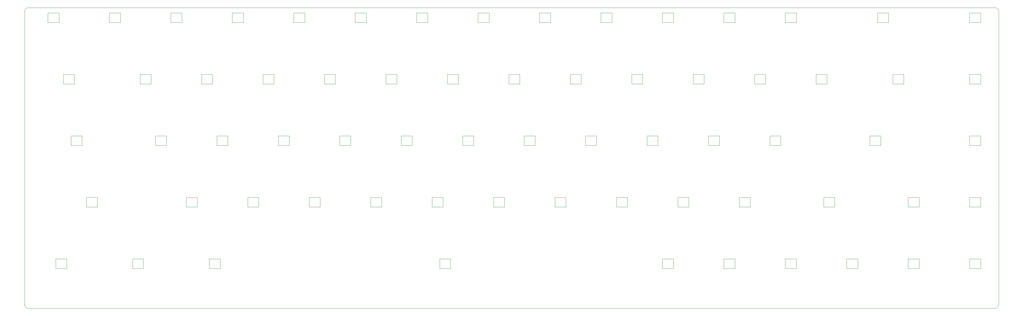
<source format=gm1>
G04 #@! TF.GenerationSoftware,KiCad,Pcbnew,(6.0.0)*
G04 #@! TF.CreationDate,2024-08-25T19:28:41-07:00*
G04 #@! TF.ProjectId,stekeeb65_analog,7374656b-6565-4623-9635-5f616e616c6f,rev?*
G04 #@! TF.SameCoordinates,Original*
G04 #@! TF.FileFunction,Profile,NP*
%FSLAX46Y46*%
G04 Gerber Fmt 4.6, Leading zero omitted, Abs format (unit mm)*
G04 Created by KiCad (PCBNEW (6.0.0)) date 2024-08-25 19:28:41*
%MOMM*%
%LPD*%
G01*
G04 APERTURE LIST*
G04 #@! TA.AperFunction,Profile*
%ADD10C,0.100000*%
G04 #@! TD*
G04 #@! TA.AperFunction,Profile*
%ADD11C,0.120000*%
G04 #@! TD*
G04 APERTURE END LIST*
D10*
X52270000Y-96250000D02*
G75*
G03*
X51020000Y-97500000I2J-1250002D01*
G01*
X52270000Y-189390000D02*
X351770000Y-189390000D01*
X351770000Y-96250000D02*
X52270000Y-96250000D01*
X51020000Y-97500000D02*
X51020000Y-188140000D01*
X353020000Y-97500000D02*
G75*
G03*
X351770000Y-96250000I-1250002J-2D01*
G01*
X51020000Y-188140000D02*
G75*
G03*
X52270000Y-189390000I1250002J2D01*
G01*
X351770000Y-189390000D02*
G75*
G03*
X353020000Y-188140000I-2J1250002D01*
G01*
X353020000Y-188140000D02*
X353020000Y-97500000D01*
D11*
X263062500Y-138975000D02*
X263062500Y-135975000D01*
X263062500Y-135975000D02*
X266462500Y-135975000D01*
X266462500Y-138975000D02*
X263062500Y-138975000D01*
X266462500Y-135975000D02*
X266462500Y-138975000D01*
X328375000Y-174075000D02*
X328375000Y-177075000D01*
X324975000Y-174075000D02*
X328375000Y-174075000D01*
X324975000Y-177075000D02*
X324975000Y-174075000D01*
X328375000Y-177075000D02*
X324975000Y-177075000D01*
X248775000Y-177075000D02*
X248775000Y-174075000D01*
X252175000Y-177075000D02*
X248775000Y-177075000D01*
X248775000Y-174075000D02*
X252175000Y-174075000D01*
X252175000Y-174075000D02*
X252175000Y-177075000D01*
X242650000Y-119925000D02*
X239250000Y-119925000D01*
X242650000Y-116925000D02*
X242650000Y-119925000D01*
X239250000Y-116925000D02*
X242650000Y-116925000D01*
X239250000Y-119925000D02*
X239250000Y-116925000D01*
X108281200Y-177075000D02*
X108281200Y-174075000D01*
X111681200Y-177075000D02*
X108281200Y-177075000D01*
X108281200Y-174075000D02*
X111681200Y-174075000D01*
X111681200Y-174075000D02*
X111681200Y-177075000D01*
X261700000Y-116925000D02*
X261700000Y-119925000D01*
X258300000Y-119925000D02*
X258300000Y-116925000D01*
X258300000Y-116925000D02*
X261700000Y-116925000D01*
X261700000Y-119925000D02*
X258300000Y-119925000D01*
X118825000Y-100875000D02*
X115425000Y-100875000D01*
X115425000Y-97875000D02*
X118825000Y-97875000D01*
X115425000Y-100875000D02*
X115425000Y-97875000D01*
X118825000Y-97875000D02*
X118825000Y-100875000D01*
X128350000Y-119925000D02*
X124950000Y-119925000D01*
X124950000Y-119925000D02*
X124950000Y-116925000D01*
X128350000Y-116925000D02*
X128350000Y-119925000D01*
X124950000Y-116925000D02*
X128350000Y-116925000D01*
X147400000Y-119925000D02*
X144000000Y-119925000D01*
X144000000Y-116925000D02*
X147400000Y-116925000D01*
X144000000Y-119925000D02*
X144000000Y-116925000D01*
X147400000Y-116925000D02*
X147400000Y-119925000D01*
X114062500Y-138975000D02*
X110662500Y-138975000D01*
X114062500Y-135975000D02*
X114062500Y-138975000D01*
X110662500Y-135975000D02*
X114062500Y-135975000D01*
X110662500Y-138975000D02*
X110662500Y-135975000D01*
X347425000Y-174075000D02*
X347425000Y-177075000D01*
X344025000Y-177075000D02*
X344025000Y-174075000D01*
X344025000Y-174075000D02*
X347425000Y-174075000D01*
X347425000Y-177075000D02*
X344025000Y-177075000D01*
X282112500Y-135975000D02*
X285512500Y-135975000D01*
X285512500Y-135975000D02*
X285512500Y-138975000D01*
X285512500Y-138975000D02*
X282112500Y-138975000D01*
X282112500Y-138975000D02*
X282112500Y-135975000D01*
X247412500Y-138975000D02*
X244012500Y-138975000D01*
X244012500Y-135975000D02*
X247412500Y-135975000D01*
X244012500Y-138975000D02*
X244012500Y-135975000D01*
X247412500Y-135975000D02*
X247412500Y-138975000D01*
X209312500Y-135975000D02*
X209312500Y-138975000D01*
X205912500Y-135975000D02*
X209312500Y-135975000D01*
X209312500Y-138975000D02*
X205912500Y-138975000D01*
X205912500Y-138975000D02*
X205912500Y-135975000D01*
X253537500Y-155025000D02*
X256937500Y-155025000D01*
X256937500Y-155025000D02*
X256937500Y-158025000D01*
X256937500Y-158025000D02*
X253537500Y-158025000D01*
X253537500Y-158025000D02*
X253537500Y-155025000D01*
X347425000Y-116925000D02*
X347425000Y-119925000D01*
X344025000Y-116925000D02*
X347425000Y-116925000D01*
X347425000Y-119925000D02*
X344025000Y-119925000D01*
X344025000Y-119925000D02*
X344025000Y-116925000D01*
X344025000Y-158025000D02*
X344025000Y-155025000D01*
X347425000Y-155025000D02*
X347425000Y-158025000D01*
X344025000Y-155025000D02*
X347425000Y-155025000D01*
X347425000Y-158025000D02*
X344025000Y-158025000D01*
X272587500Y-158025000D02*
X272587500Y-155025000D01*
X272587500Y-155025000D02*
X275987500Y-155025000D01*
X275987500Y-158025000D02*
X272587500Y-158025000D01*
X275987500Y-155025000D02*
X275987500Y-158025000D01*
X180737500Y-155025000D02*
X180737500Y-158025000D01*
X180737500Y-158025000D02*
X177337500Y-158025000D01*
X177337500Y-155025000D02*
X180737500Y-155025000D01*
X177337500Y-158025000D02*
X177337500Y-155025000D01*
X171212500Y-138975000D02*
X167812500Y-138975000D01*
X171212500Y-135975000D02*
X171212500Y-138975000D01*
X167812500Y-135975000D02*
X171212500Y-135975000D01*
X167812500Y-138975000D02*
X167812500Y-135975000D01*
X156925000Y-100875000D02*
X153525000Y-100875000D01*
X156925000Y-97875000D02*
X156925000Y-100875000D01*
X153525000Y-100875000D02*
X153525000Y-97875000D01*
X153525000Y-97875000D02*
X156925000Y-97875000D01*
X96375000Y-97875000D02*
X99775000Y-97875000D01*
X99775000Y-100875000D02*
X96375000Y-100875000D01*
X99775000Y-97875000D02*
X99775000Y-100875000D01*
X96375000Y-100875000D02*
X96375000Y-97875000D01*
X224962500Y-135975000D02*
X228362500Y-135975000D01*
X224962500Y-138975000D02*
X224962500Y-135975000D01*
X228362500Y-135975000D02*
X228362500Y-138975000D01*
X228362500Y-138975000D02*
X224962500Y-138975000D01*
X271225000Y-177075000D02*
X267825000Y-177075000D01*
X267825000Y-174075000D02*
X271225000Y-174075000D01*
X267825000Y-177075000D02*
X267825000Y-174075000D01*
X271225000Y-174075000D02*
X271225000Y-177075000D01*
X323612500Y-116925000D02*
X323612500Y-119925000D01*
X320212500Y-116925000D02*
X323612500Y-116925000D01*
X320212500Y-119925000D02*
X320212500Y-116925000D01*
X323612500Y-119925000D02*
X320212500Y-119925000D01*
X161687500Y-155025000D02*
X161687500Y-158025000D01*
X158287500Y-155025000D02*
X161687500Y-155025000D01*
X158287500Y-158025000D02*
X158287500Y-155025000D01*
X161687500Y-158025000D02*
X158287500Y-158025000D01*
X163050000Y-119925000D02*
X163050000Y-116925000D01*
X166450000Y-119925000D02*
X163050000Y-119925000D01*
X163050000Y-116925000D02*
X166450000Y-116925000D01*
X166450000Y-116925000D02*
X166450000Y-119925000D01*
X298781200Y-155025000D02*
X302181200Y-155025000D01*
X298781200Y-158025000D02*
X298781200Y-155025000D01*
X302181200Y-158025000D02*
X298781200Y-158025000D01*
X302181200Y-155025000D02*
X302181200Y-158025000D01*
X70181200Y-158025000D02*
X70181200Y-155025000D01*
X73581200Y-155025000D02*
X73581200Y-158025000D01*
X73581200Y-158025000D02*
X70181200Y-158025000D01*
X70181200Y-155025000D02*
X73581200Y-155025000D01*
X80725000Y-100875000D02*
X77325000Y-100875000D01*
X80725000Y-97875000D02*
X80725000Y-100875000D01*
X77325000Y-97875000D02*
X80725000Y-97875000D01*
X77325000Y-100875000D02*
X77325000Y-97875000D01*
X104537500Y-158025000D02*
X101137500Y-158025000D01*
X101137500Y-155025000D02*
X104537500Y-155025000D01*
X104537500Y-155025000D02*
X104537500Y-158025000D01*
X101137500Y-158025000D02*
X101137500Y-155025000D01*
X315450000Y-97875000D02*
X318850000Y-97875000D01*
X318850000Y-97875000D02*
X318850000Y-100875000D01*
X315450000Y-100875000D02*
X315450000Y-97875000D01*
X318850000Y-100875000D02*
X315450000Y-100875000D01*
X175975000Y-97875000D02*
X175975000Y-100875000D01*
X172575000Y-100875000D02*
X172575000Y-97875000D01*
X172575000Y-97875000D02*
X175975000Y-97875000D01*
X175975000Y-100875000D02*
X172575000Y-100875000D01*
X152162500Y-138975000D02*
X148762500Y-138975000D01*
X148762500Y-135975000D02*
X152162500Y-135975000D01*
X148762500Y-138975000D02*
X148762500Y-135975000D01*
X152162500Y-135975000D02*
X152162500Y-138975000D01*
X305925000Y-174075000D02*
X309325000Y-174075000D01*
X309325000Y-174075000D02*
X309325000Y-177075000D01*
X305925000Y-177075000D02*
X305925000Y-174075000D01*
X309325000Y-177075000D02*
X305925000Y-177075000D01*
X201150000Y-119925000D02*
X201150000Y-116925000D01*
X201150000Y-116925000D02*
X204550000Y-116925000D01*
X204550000Y-119925000D02*
X201150000Y-119925000D01*
X204550000Y-116925000D02*
X204550000Y-119925000D01*
X91612500Y-138975000D02*
X91612500Y-135975000D01*
X95012500Y-135975000D02*
X95012500Y-138975000D01*
X95012500Y-138975000D02*
X91612500Y-138975000D01*
X91612500Y-135975000D02*
X95012500Y-135975000D01*
X286875000Y-97875000D02*
X290275000Y-97875000D01*
X286875000Y-100875000D02*
X286875000Y-97875000D01*
X290275000Y-97875000D02*
X290275000Y-100875000D01*
X290275000Y-100875000D02*
X286875000Y-100875000D01*
X182100000Y-119925000D02*
X182100000Y-116925000D01*
X185500000Y-116925000D02*
X185500000Y-119925000D01*
X185500000Y-119925000D02*
X182100000Y-119925000D01*
X182100000Y-116925000D02*
X185500000Y-116925000D01*
X214075000Y-97875000D02*
X214075000Y-100875000D01*
X210675000Y-97875000D02*
X214075000Y-97875000D01*
X210675000Y-100875000D02*
X210675000Y-97875000D01*
X214075000Y-100875000D02*
X210675000Y-100875000D01*
X299800000Y-116925000D02*
X299800000Y-119925000D01*
X296400000Y-119925000D02*
X296400000Y-116925000D01*
X296400000Y-116925000D02*
X299800000Y-116925000D01*
X299800000Y-119925000D02*
X296400000Y-119925000D01*
X84468800Y-174075000D02*
X87868800Y-174075000D01*
X87868800Y-174075000D02*
X87868800Y-177075000D01*
X84468800Y-177075000D02*
X84468800Y-174075000D01*
X87868800Y-177075000D02*
X84468800Y-177075000D01*
X120187500Y-155025000D02*
X123587500Y-155025000D01*
X123587500Y-158025000D02*
X120187500Y-158025000D01*
X123587500Y-155025000D02*
X123587500Y-158025000D01*
X120187500Y-158025000D02*
X120187500Y-155025000D01*
X179718800Y-174075000D02*
X183118800Y-174075000D01*
X183118800Y-177075000D02*
X179718800Y-177075000D01*
X179718800Y-177075000D02*
X179718800Y-174075000D01*
X183118800Y-174075000D02*
X183118800Y-177075000D01*
X234487500Y-158025000D02*
X234487500Y-155025000D01*
X237887500Y-155025000D02*
X237887500Y-158025000D01*
X237887500Y-158025000D02*
X234487500Y-158025000D01*
X234487500Y-155025000D02*
X237887500Y-155025000D01*
X109300000Y-116925000D02*
X109300000Y-119925000D01*
X109300000Y-119925000D02*
X105900000Y-119925000D01*
X105900000Y-119925000D02*
X105900000Y-116925000D01*
X105900000Y-116925000D02*
X109300000Y-116925000D01*
X290275000Y-174075000D02*
X290275000Y-177075000D01*
X286875000Y-174075000D02*
X290275000Y-174075000D01*
X286875000Y-177075000D02*
X286875000Y-174075000D01*
X290275000Y-177075000D02*
X286875000Y-177075000D01*
X68818700Y-138975000D02*
X65418700Y-138975000D01*
X68818700Y-135975000D02*
X68818700Y-138975000D01*
X65418700Y-135975000D02*
X68818700Y-135975000D01*
X65418700Y-138975000D02*
X65418700Y-135975000D01*
X186862500Y-138975000D02*
X186862500Y-135975000D01*
X190262500Y-135975000D02*
X190262500Y-138975000D01*
X190262500Y-138975000D02*
X186862500Y-138975000D01*
X186862500Y-135975000D02*
X190262500Y-135975000D01*
X142637500Y-155025000D02*
X142637500Y-158025000D01*
X142637500Y-158025000D02*
X139237500Y-158025000D01*
X139237500Y-155025000D02*
X142637500Y-155025000D01*
X139237500Y-158025000D02*
X139237500Y-155025000D01*
X60656200Y-177075000D02*
X60656200Y-174075000D01*
X60656200Y-174075000D02*
X64056200Y-174075000D01*
X64056200Y-174075000D02*
X64056200Y-177075000D01*
X64056200Y-177075000D02*
X60656200Y-177075000D01*
X316468800Y-138975000D02*
X313068800Y-138975000D01*
X316468800Y-135975000D02*
X316468800Y-138975000D01*
X313068800Y-135975000D02*
X316468800Y-135975000D01*
X313068800Y-138975000D02*
X313068800Y-135975000D01*
X252175000Y-100875000D02*
X248775000Y-100875000D01*
X248775000Y-100875000D02*
X248775000Y-97875000D01*
X248775000Y-97875000D02*
X252175000Y-97875000D01*
X252175000Y-97875000D02*
X252175000Y-100875000D01*
X344025000Y-97875000D02*
X347425000Y-97875000D01*
X347425000Y-100875000D02*
X344025000Y-100875000D01*
X344025000Y-100875000D02*
X344025000Y-97875000D01*
X347425000Y-97875000D02*
X347425000Y-100875000D01*
X129712500Y-138975000D02*
X129712500Y-135975000D01*
X133112500Y-138975000D02*
X129712500Y-138975000D01*
X133112500Y-135975000D02*
X133112500Y-138975000D01*
X129712500Y-135975000D02*
X133112500Y-135975000D01*
X90250000Y-116925000D02*
X90250000Y-119925000D01*
X86850000Y-119925000D02*
X86850000Y-116925000D01*
X90250000Y-119925000D02*
X86850000Y-119925000D01*
X86850000Y-116925000D02*
X90250000Y-116925000D01*
X271225000Y-100875000D02*
X267825000Y-100875000D01*
X267825000Y-100875000D02*
X267825000Y-97875000D01*
X271225000Y-97875000D02*
X271225000Y-100875000D01*
X267825000Y-97875000D02*
X271225000Y-97875000D01*
X280750000Y-116925000D02*
X280750000Y-119925000D01*
X277350000Y-119925000D02*
X277350000Y-116925000D01*
X277350000Y-116925000D02*
X280750000Y-116925000D01*
X280750000Y-119925000D02*
X277350000Y-119925000D01*
X137875000Y-97875000D02*
X137875000Y-100875000D01*
X137875000Y-100875000D02*
X134475000Y-100875000D01*
X134475000Y-100875000D02*
X134475000Y-97875000D01*
X134475000Y-97875000D02*
X137875000Y-97875000D01*
X344025000Y-135975000D02*
X347425000Y-135975000D01*
X344025000Y-138975000D02*
X344025000Y-135975000D01*
X347425000Y-138975000D02*
X344025000Y-138975000D01*
X347425000Y-135975000D02*
X347425000Y-138975000D01*
X215437500Y-155025000D02*
X218837500Y-155025000D01*
X218837500Y-158025000D02*
X215437500Y-158025000D01*
X218837500Y-155025000D02*
X218837500Y-158025000D01*
X215437500Y-158025000D02*
X215437500Y-155025000D01*
X220200000Y-119925000D02*
X220200000Y-116925000D01*
X223600000Y-116925000D02*
X223600000Y-119925000D01*
X223600000Y-119925000D02*
X220200000Y-119925000D01*
X220200000Y-116925000D02*
X223600000Y-116925000D01*
X66437500Y-119925000D02*
X63037500Y-119925000D01*
X63037500Y-116925000D02*
X66437500Y-116925000D01*
X66437500Y-116925000D02*
X66437500Y-119925000D01*
X63037500Y-119925000D02*
X63037500Y-116925000D01*
X199787500Y-155025000D02*
X199787500Y-158025000D01*
X199787500Y-158025000D02*
X196387500Y-158025000D01*
X196387500Y-155025000D02*
X199787500Y-155025000D01*
X196387500Y-158025000D02*
X196387500Y-155025000D01*
X58275000Y-97875000D02*
X61675000Y-97875000D01*
X61675000Y-100875000D02*
X58275000Y-100875000D01*
X58275000Y-100875000D02*
X58275000Y-97875000D01*
X61675000Y-97875000D02*
X61675000Y-100875000D01*
X191625000Y-97875000D02*
X195025000Y-97875000D01*
X195025000Y-100875000D02*
X191625000Y-100875000D01*
X195025000Y-97875000D02*
X195025000Y-100875000D01*
X191625000Y-100875000D02*
X191625000Y-97875000D01*
X229725000Y-97875000D02*
X233125000Y-97875000D01*
X229725000Y-100875000D02*
X229725000Y-97875000D01*
X233125000Y-97875000D02*
X233125000Y-100875000D01*
X233125000Y-100875000D02*
X229725000Y-100875000D01*
X328375000Y-158025000D02*
X324975000Y-158025000D01*
X324975000Y-158025000D02*
X324975000Y-155025000D01*
X328375000Y-155025000D02*
X328375000Y-158025000D01*
X324975000Y-155025000D02*
X328375000Y-155025000D01*
M02*

</source>
